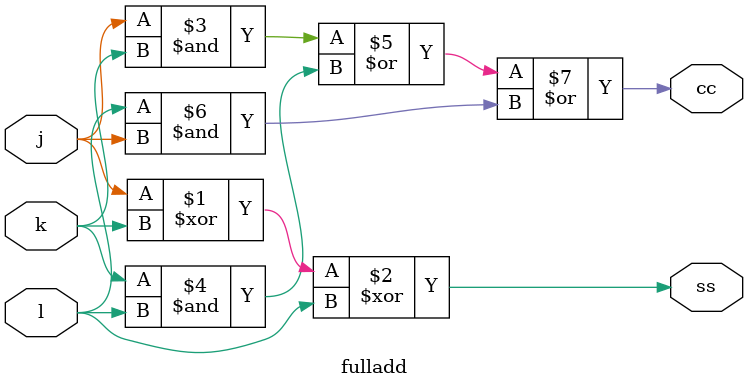
<source format=v>
module prog5 (a, b, cin, cx, r);
input [3:0] a, b;
input cin;
output [3:0] r;
output cx;
wire [3:0] t, u;
wire co, cxo;
fourbitadder f1(t, co, a, b, cin);
assign cx = co|(t[3]&t[2])|(t[3]&t[1]);
assign u[0] = 0;
assign u[1] = cx;
assign u[2] = cx;
assign u[3] = 0;
fourbitadder f2(r, cxo, t, u, 0);
endmodule

module fourbitadder(s, cout, x, y, m);
input [3:0] x, y;
input m;
output [3:0] s;
output cout;
wire [3:0] w;
wire [3:1] c;
assign w = y^m;
fulladd f1(x[0], w[0], m,	 s[0], c[1]);
fulladd f2(x[1], w[1], c[1], s[1], c[2]);
fulladd f3(x[2], w[2], c[2], s[2], c[3]);
fulladd f4(x[3], w[3], c[3], s[3], cout);
endmodule

module fulladd (j, k, l, ss, cc);
input j, k, l;
output ss, cc;
assign ss = j^k^l;
assign cc = j&k|k&l|l&j;
endmodule

</source>
